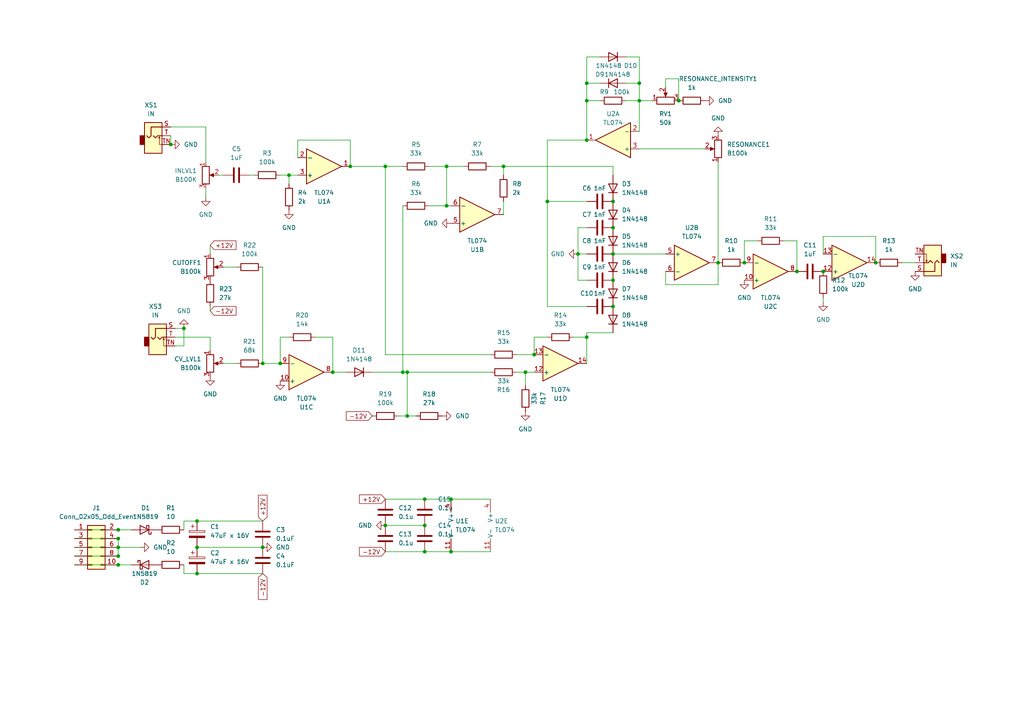
<source format=kicad_sch>
(kicad_sch (version 20230121) (generator eeschema)
  (paper "A4")
  (title_block (title "Voltage Controlled Filter"))
  (lib_symbols
    (symbol "Amplifier_Operational:TL074" (pin_names (offset 0.127))
      (property "Reference" "U" (at 0 5.08 0))
      (property "Value" "TL074" (at 0 -5.08 0))
      (symbol "TL074_1_1"
        (polyline (pts (xy -5.08 5.08) (xy 5.08 0) (xy -5.08 -5.08) (xy -5.08 5.08)) (stroke (width 0.254)) (fill (type background)))
        (pin output line (at 7.62 0 180) (length 2.54) (name "~") (number "1"))
        (pin input line (at -7.62 -2.54 0) (length 2.54) (name "-") (number "2"))
        (pin input line (at -7.62 2.54 0) (length 2.54) (name "+") (number "3"))
      )
      (symbol "TL074_2_1"
        (polyline (pts (xy -5.08 5.08) (xy 5.08 0) (xy -5.08 -5.08) (xy -5.08 5.08)) (stroke (width 0.254)) (fill (type background)))
        (pin input line (at -7.62 2.54 0) (length 2.54) (name "+") (number "5"))
        (pin input line (at -7.62 -2.54 0) (length 2.54) (name "-") (number "6"))
        (pin output line (at 7.62 0 180) (length 2.54) (name "~") (number "7"))
      )
      (symbol "TL074_3_1"
        (polyline (pts (xy -5.08 5.08) (xy 5.08 0) (xy -5.08 -5.08) (xy -5.08 5.08)) (stroke (width 0.254)) (fill (type background)))
        (pin input line (at -7.62 2.54 0) (length 2.54) (name "+") (number "10"))
        (pin output line (at 7.62 0 180) (length 2.54) (name "~") (number "8"))
        (pin input line (at -7.62 -2.54 0) (length 2.54) (name "-") (number "9"))
      )
      (symbol "TL074_4_1"
        (polyline (pts (xy -5.08 5.08) (xy 5.08 0) (xy -5.08 -5.08) (xy -5.08 5.08)) (stroke (width 0.254)) (fill (type background)))
        (pin input line (at -7.62 2.54 0) (length 2.54) (name "+") (number "12"))
        (pin input line (at -7.62 -2.54 0) (length 2.54) (name "-") (number "13"))
        (pin output line (at 7.62 0 180) (length 2.54) (name "~") (number "14"))
      )
      (symbol "TL074_5_1"
        (pin power_in line (at -2.54 -7.62 90) (length 3.81) (name "V-") (number "11"))
        (pin power_in line (at -2.54 7.62 270) (length 3.81) (name "V+") (number "4"))
      )
    )
    (symbol "Connector_Audio:AudioJack2_SwitchT"
      (property "Reference" "J" (at 0 8.89 0))
      (property "Value" "AudioJack2_SwitchT" (at 0 6.35 0))
      (symbol "AudioJack2_SwitchT_0_1"
        (rectangle (start -2.54 0) (end -3.81 -2.54) (stroke (width 0.254)) (fill (type outline)))
        (polyline (pts (xy 1.778 -0.254) (xy 2.032 -0.762)))
        (polyline (pts (xy 0 0) (xy 0.635 -0.635) (xy 1.27 0) (xy 2.54 0)) (stroke (width 0.254)))
        (polyline (pts (xy 2.54 -2.54) (xy 1.778 -2.54) (xy 1.778 -0.254) (xy 1.524 -0.762)))
        (polyline (pts (xy 2.54 2.54) (xy -0.635 2.54) (xy -0.635 0) (xy -1.27 -0.635) (xy -1.905 0)) (stroke (width 0.254)))
        (rectangle (start 2.54 3.81) (end -2.54 -5.08) (stroke (width 0.254)) (fill (type background)))
      )
      (symbol "AudioJack2_SwitchT_1_1"
        (pin passive line (at 5.08 2.54 180) (length 2.54) (name "~") (number "S"))
        (pin passive line (at 5.08 0 180) (length 2.54) (name "~") (number "T"))
        (pin passive line (at 5.08 -2.54 180) (length 2.54) (name "~") (number "TN"))
      )
    )
    (symbol "Connector_Generic:Conn_02x05_Odd_Even" (pin_names (offset 1.016) hide)
      (property "Reference" "J" (at 1.27 7.62 0))
      (property "Value" "Conn_02x05_Odd_Even" (at 1.27 -7.62 0))
      (symbol "Conn_02x05_Odd_Even_1_1"
        (rectangle (start -1.27 -4.953) (end 0 -5.207) (stroke (width 0.1524)))
        (rectangle (start -1.27 -2.413) (end 0 -2.667) (stroke (width 0.1524)))
        (rectangle (start -1.27 0.127) (end 0 -0.127) (stroke (width 0.1524)))
        (rectangle (start -1.27 2.667) (end 0 2.413) (stroke (width 0.1524)))
        (rectangle (start -1.27 5.207) (end 0 4.953) (stroke (width 0.1524)))
        (rectangle (start -1.27 6.35) (end 3.81 -6.35) (stroke (width 0.254)) (fill (type background)))
        (rectangle (start 3.81 -4.953) (end 2.54 -5.207) (stroke (width 0.1524)))
        (rectangle (start 3.81 -2.413) (end 2.54 -2.667) (stroke (width 0.1524)))
        (rectangle (start 3.81 0.127) (end 2.54 -0.127) (stroke (width 0.1524)))
        (rectangle (start 3.81 2.667) (end 2.54 2.413) (stroke (width 0.1524)))
        (rectangle (start 3.81 5.207) (end 2.54 4.953) (stroke (width 0.1524)))
        (pin passive line (at -5.08 5.08 0) (length 3.81) (name "Pin_1") (number "1"))
        (pin passive line (at 7.62 -5.08 180) (length 3.81) (name "Pin_10") (number "10"))
        (pin passive line (at 7.62 5.08 180) (length 3.81) (name "Pin_2") (number "2"))
        (pin passive line (at -5.08 2.54 0) (length 3.81) (name "Pin_3") (number "3"))
        (pin passive line (at 7.62 2.54 180) (length 3.81) (name "Pin_4") (number "4"))
        (pin passive line (at -5.08 0 0) (length 3.81) (name "Pin_5") (number "5"))
        (pin passive line (at 7.62 0 180) (length 3.81) (name "Pin_6") (number "6"))
        (pin passive line (at -5.08 -2.54 0) (length 3.81) (name "Pin_7") (number "7"))
        (pin passive line (at 7.62 -2.54 180) (length 3.81) (name "Pin_8") (number "8"))
        (pin passive line (at -5.08 -5.08 0) (length 3.81) (name "Pin_9") (number "9"))
      )
    )
    (symbol "Device:C" (pin_numbers hide) (pin_names (offset 0.254))
      (property "Reference" "C" (at 0.635 2.54 0))
      (property "Value" "C" (at 0.635 -2.54 0))
      (symbol "C_0_1"
        (polyline (pts (xy -2.032 -0.762) (xy 2.032 -0.762)) (stroke (width 0.508)))
        (polyline (pts (xy -2.032 0.762) (xy 2.032 0.762)) (stroke (width 0.508)))
      )
      (symbol "C_1_1"
        (pin passive line (at 0 3.81 270) (length 2.794) (name "~") (number "1"))
        (pin passive line (at 0 -3.81 90) (length 2.794) (name "~") (number "2"))
      )
    )
    (symbol "Device:C_Polarized" (pin_numbers hide) (pin_names (offset 0.254))
      (property "Reference" "C" (at 0.635 2.54 0))
      (property "Value" "C_Polarized" (at 0.635 -2.54 0))
      (symbol "C_Polarized_0_1"
        (rectangle (start -2.286 0.508) (end 2.286 1.016))
        (polyline (pts (xy -1.778 2.286) (xy -0.762 2.286)))
        (polyline (pts (xy -1.27 2.794) (xy -1.27 1.778)))
        (rectangle (start 2.286 -0.508) (end -2.286 -1.016) (fill (type outline)))
      )
      (symbol "C_Polarized_1_1"
        (pin passive line (at 0 3.81 270) (length 2.794) (name "~") (number "1"))
        (pin passive line (at 0 -3.81 90) (length 2.794) (name "~") (number "2"))
      )
    )
    (symbol "Device:R" (pin_numbers hide) (pin_names (offset 0))
      (property "Reference" "R" (at 2.032 0 90))
      (property "Value" "R" (at 0 0 90))
      (symbol "R_0_1"
        (rectangle (start -1.016 -2.54) (end 1.016 2.54) (stroke (width 0.254)))
      )
      (symbol "R_1_1"
        (pin passive line (at 0 3.81 270) (length 1.27) (name "~") (number "1"))
        (pin passive line (at 0 -3.81 90) (length 1.27) (name "~") (number "2"))
      )
    )
    (symbol "Device:R_Potentiometer" (pin_names (offset 1.016) hide)
      (property "Reference" "RV" (at -4.445 0 90))
      (property "Value" "R_Potentiometer" (at -2.54 0 90))
      (symbol "R_Potentiometer_0_1"
        (polyline (pts (xy 2.54 0) (xy 1.524 0)))
        (polyline (pts (xy 1.143 0) (xy 2.286 0.508) (xy 2.286 -0.508) (xy 1.143 0)) (fill (type outline)))
        (rectangle (start 1.016 2.54) (end -1.016 -2.54) (stroke (width 0.254)))
      )
      (symbol "R_Potentiometer_1_1"
        (pin passive line (at 0 3.81 270) (length 1.27) (name "1") (number "1"))
        (pin passive line (at 3.81 0 180) (length 1.27) (name "2") (number "2"))
        (pin passive line (at 0 -3.81 90) (length 1.27) (name "3") (number "3"))
      )
    )
    (symbol "Diode:1N4148" (pin_numbers hide) (pin_names hide)
      (property "Reference" "D" (at 0 2.54 0))
      (property "Value" "1N4148" (at 0 -2.54 0))
      (symbol "1N4148_0_1"
        (polyline (pts (xy -1.27 1.27) (xy -1.27 -1.27)) (stroke (width 0.254)))
        (polyline (pts (xy 1.27 0) (xy -1.27 0)))
        (polyline (pts (xy 1.27 1.27) (xy 1.27 -1.27) (xy -1.27 0) (xy 1.27 1.27)) (stroke (width 0.254)))
      )
      (symbol "1N4148_1_1"
        (pin passive line (at -3.81 0 0) (length 2.54) (name "K") (number "1"))
        (pin passive line (at 3.81 0 180) (length 2.54) (name "A") (number "2"))
      )
    )
    (symbol "Diode:1N5819" (pin_numbers hide) (pin_names (offset 1.016) hide)
      (property "Reference" "D" (at 0 2.54 0))
      (property "Value" "1N5819" (at 0 -2.54 0))
      (symbol "1N5819_0_1"
        (polyline (pts (xy 1.27 0) (xy -1.27 0)))
        (polyline (pts (xy 1.27 1.27) (xy 1.27 -1.27) (xy -1.27 0) (xy 1.27 1.27)) (stroke (width 0.254)))
        (polyline (pts (xy -1.905 0.635) (xy -1.905 1.27) (xy -1.27 1.27) (xy -1.27 -1.27) (xy -0.635 -1.27) (xy -0.635 -0.635)) (stroke (width 0.254)))
      )
      (symbol "1N5819_1_1"
        (pin passive line (at -3.81 0 0) (length 2.54) (name "K") (number "1"))
        (pin passive line (at 3.81 0 180) (length 2.54) (name "A") (number "2"))
      )
    )
    (symbol "power:GND" (power) (pin_names (offset 0))
      (property "Value" "GND" (at 0 -3.81 0))
      (symbol "GND_0_1"
        (polyline (pts (xy 0 0) (xy 0 -1.27) (xy 1.27 -1.27) (xy 0 -2.54) (xy -1.27 -1.27) (xy 0 -1.27)))
      )
      (symbol "GND_1_1"
        (pin power_in line (at 0 0 270) (length 0) hide (name "GND") (number "1"))
      )
    )
  )
  (junction (at 34.29 156.21))
  (junction (at 130.81 160.02))
  (junction (at 170.18 24.13))
  (junction (at 215.9 76.2))
  (junction (at 154.94 102.87))
  (junction (at 49.53 41.91))
  (junction (at 177.8 73.66))
  (junction (at 130.81 144.78))
  (junction (at 81.28 105.41))
  (junction (at 96.52 107.95))
  (junction (at 177.8 88.9))
  (junction (at 53.34 95.25))
  (junction (at 170.18 29.21))
  (junction (at 116.84 107.95))
  (junction (at 118.11 107.95))
  (junction (at 76.2 105.41))
  (junction (at 158.75 58.42))
  (junction (at 123.19 144.78))
  (junction (at 34.29 153.67))
  (junction (at 231.14 78.74))
  (junction (at 83.82 50.8))
  (junction (at 177.8 58.42))
  (junction (at 57.15 151.13))
  (junction (at 185.42 29.21))
  (junction (at 111.76 152.4))
  (junction (at 76.2 158.75))
  (junction (at 196.85 29.21))
  (junction (at 34.29 158.75))
  (junction (at 167.64 73.66))
  (junction (at 123.19 160.02))
  (junction (at 34.29 163.83))
  (junction (at 238.76 78.74))
  (junction (at 111.76 48.26))
  (junction (at 177.8 81.28))
  (junction (at 177.8 66.04))
  (junction (at 208.28 76.2))
  (junction (at 118.11 120.65))
  (junction (at 146.05 48.26))
  (junction (at 123.19 152.4))
  (junction (at 254 76.2))
  (junction (at 170.18 97.79))
  (junction (at 129.54 48.26))
  (junction (at 129.54 59.69))
  (junction (at 101.6 48.26))
  (junction (at 57.15 158.75))
  (junction (at 57.15 166.37))
  (junction (at 152.4 107.95))
  (junction (at 34.29 161.29))
  (junction (at 185.42 24.13))
  (junction (at 170.18 40.64))
  (wire (pts (xy 158.75 58.42) (xy 170.18 58.42)))
  (wire (pts (xy 185.42 16.51) (xy 181.61 16.51)))
  (wire (pts (xy 170.18 24.13) (xy 173.99 24.13)))
  (wire (pts (xy 64.77 77.47) (xy 68.58 77.47)))
  (wire (pts (xy 158.75 40.64) (xy 158.75 58.42)))
  (wire (pts (xy 215.9 69.85) (xy 215.9 76.2)))
  (wire (pts (xy 149.86 102.87) (xy 154.94 102.87)))
  (wire (pts (xy 49.53 39.37) (xy 49.53 41.91)))
  (wire (pts (xy 81.28 97.79) (xy 83.82 97.79)))
  (wire (pts (xy 60.96 90.17) (xy 60.96 88.9)))
  (wire (pts (xy 177.8 73.66) (xy 193.04 73.66)))
  (wire (pts (xy 170.18 29.21) (xy 170.18 24.13)))
  (wire (pts (xy 96.52 107.95) (xy 100.33 107.95)))
  (wire (pts (xy 86.36 40.64) (xy 86.36 45.72)))
  (wire (pts (xy 130.81 144.78) (xy 142.24 144.78)))
  (wire (pts (xy 83.82 50.8) (xy 86.36 50.8)))
  (wire (pts (xy 130.81 160.02) (xy 142.24 160.02)))
  (wire (pts (xy 238.76 68.58) (xy 254 68.58)))
  (wire (pts (xy 170.18 40.64) (xy 158.75 40.64)))
  (wire (pts (xy 181.61 24.13) (xy 185.42 24.13)))
  (wire (pts (xy 170.18 81.28) (xy 167.64 81.28)))
  (wire (pts (xy 34.29 156.21) (xy 34.29 158.75)))
  (wire (pts (xy 118.11 120.65) (xy 120.65 120.65)))
  (wire (pts (xy 101.6 48.26) (xy 101.6 40.64)))
  (wire (pts (xy 53.34 151.13) (xy 57.15 151.13)))
  (wire (pts (xy 193.04 78.74) (xy 193.04 82.55)))
  (wire (pts (xy 57.15 166.37) (xy 76.2 166.37)))
  (wire (pts (xy 170.18 29.21) (xy 173.99 29.21)))
  (wire (pts (xy 53.34 163.83) (xy 53.34 166.37)))
  (wire (pts (xy 152.4 107.95) (xy 152.4 111.76)))
  (wire (pts (xy 193.04 22.86) (xy 193.04 25.4)))
  (wire (pts (xy 208.28 46.99) (xy 208.28 76.2)))
  (wire (pts (xy 34.29 158.75) (xy 40.64 158.75)))
  (wire (pts (xy 129.54 48.26) (xy 134.62 48.26)))
  (wire (pts (xy 76.2 105.41) (xy 81.28 105.41)))
  (wire (pts (xy 60.96 71.12) (xy 60.96 73.66)))
  (wire (pts (xy 118.11 107.95) (xy 142.24 107.95)))
  (wire (pts (xy 50.8 100.33) (xy 53.34 100.33)))
  (wire (pts (xy 158.75 88.9) (xy 158.75 58.42)))
  (wire (pts (xy 123.19 160.02) (xy 130.81 160.02)))
  (wire (pts (xy 261.62 76.2) (xy 265.43 76.2)))
  (wire (pts (xy 73.66 50.8) (xy 72.39 50.8)))
  (wire (pts (xy 81.28 50.8) (xy 83.82 50.8)))
  (wire (pts (xy 21.59 153.67) (xy 34.29 153.67)))
  (wire (pts (xy 111.76 48.26) (xy 111.76 102.87)))
  (wire (pts (xy 152.4 107.95) (xy 154.94 107.95)))
  (wire (pts (xy 107.95 107.95) (xy 116.84 107.95)))
  (wire (pts (xy 76.2 77.47) (xy 76.2 105.41)))
  (wire (pts (xy 116.84 59.69) (xy 116.84 107.95)))
  (wire (pts (xy 167.64 66.04) (xy 170.18 66.04)))
  (wire (pts (xy 154.94 102.87) (xy 154.94 97.79)))
  (wire (pts (xy 50.8 97.79) (xy 60.96 97.79)))
  (wire (pts (xy 146.05 48.26) (xy 142.24 48.26)))
  (wire (pts (xy 166.37 97.79) (xy 170.18 97.79)))
  (wire (pts (xy 116.84 107.95) (xy 118.11 107.95)))
  (wire (pts (xy 21.59 161.29) (xy 34.29 161.29)))
  (wire (pts (xy 238.76 87.63) (xy 238.76 86.36)))
  (wire (pts (xy 53.34 166.37) (xy 57.15 166.37)))
  (wire (pts (xy 146.05 58.42) (xy 146.05 62.23)))
  (wire (pts (xy 59.69 36.83) (xy 59.69 46.99)))
  (wire (pts (xy 193.04 82.55) (xy 208.28 82.55)))
  (wire (pts (xy 111.76 144.78) (xy 123.19 144.78)))
  (wire (pts (xy 208.28 82.55) (xy 208.28 76.2)))
  (wire (pts (xy 170.18 16.51) (xy 173.99 16.51)))
  (wire (pts (xy 185.42 43.18) (xy 204.47 43.18)))
  (wire (pts (xy 115.57 120.65) (xy 118.11 120.65)))
  (wire (pts (xy 167.64 81.28) (xy 167.64 73.66)))
  (wire (pts (xy 185.42 24.13) (xy 185.42 16.51)))
  (wire (pts (xy 177.8 96.52) (xy 170.18 96.52)))
  (wire (pts (xy 118.11 107.95) (xy 118.11 120.65)))
  (wire (pts (xy 53.34 100.33) (xy 53.34 95.25)))
  (wire (pts (xy 177.8 48.26) (xy 146.05 48.26)))
  (wire (pts (xy 34.29 163.83) (xy 38.1 163.83)))
  (wire (pts (xy 196.85 29.21) (xy 196.85 22.86)))
  (wire (pts (xy 59.69 57.15) (xy 59.69 54.61)))
  (wire (pts (xy 21.59 156.21) (xy 34.29 156.21)))
  (wire (pts (xy 57.15 151.13) (xy 76.2 151.13)))
  (wire (pts (xy 185.42 29.21) (xy 185.42 24.13)))
  (wire (pts (xy 21.59 158.75) (xy 34.29 158.75)))
  (wire (pts (xy 154.94 97.79) (xy 158.75 97.79)))
  (wire (pts (xy 111.76 102.87) (xy 142.24 102.87)))
  (wire (pts (xy 111.76 160.02) (xy 123.19 160.02)))
  (wire (pts (xy 185.42 38.1) (xy 185.42 29.21)))
  (wire (pts (xy 81.28 97.79) (xy 81.28 105.41)))
  (wire (pts (xy 34.29 153.67) (xy 38.1 153.67)))
  (wire (pts (xy 170.18 96.52) (xy 170.18 97.79)))
  (wire (pts (xy 170.18 40.64) (xy 170.18 29.21)))
  (wire (pts (xy 170.18 88.9) (xy 158.75 88.9)))
  (wire (pts (xy 181.61 29.21) (xy 185.42 29.21)))
  (wire (pts (xy 231.14 69.85) (xy 231.14 78.74)))
  (wire (pts (xy 149.86 107.95) (xy 152.4 107.95)))
  (wire (pts (xy 196.85 22.86) (xy 193.04 22.86)))
  (wire (pts (xy 170.18 24.13) (xy 170.18 16.51)))
  (wire (pts (xy 129.54 59.69) (xy 124.46 59.69)))
  (wire (pts (xy 129.54 59.69) (xy 130.81 59.69)))
  (wire (pts (xy 129.54 48.26) (xy 129.54 59.69)))
  (wire (pts (xy 83.82 50.8) (xy 83.82 53.34)))
  (wire (pts (xy 49.53 36.83) (xy 59.69 36.83)))
  (wire (pts (xy 57.15 158.75) (xy 76.2 158.75)))
  (wire (pts (xy 185.42 29.21) (xy 189.23 29.21)))
  (wire (pts (xy 177.8 50.8) (xy 177.8 48.26)))
  (wire (pts (xy 53.34 95.25) (xy 50.8 95.25)))
  (wire (pts (xy 124.46 48.26) (xy 129.54 48.26)))
  (wire (pts (xy 53.34 153.67) (xy 53.34 151.13)))
  (wire (pts (xy 219.71 69.85) (xy 215.9 69.85)))
  (wire (pts (xy 21.59 163.83) (xy 34.29 163.83)))
  (wire (pts (xy 101.6 40.64) (xy 86.36 40.64)))
  (wire (pts (xy 60.96 97.79) (xy 60.96 101.6)))
  (wire (pts (xy 111.76 48.26) (xy 116.84 48.26)))
  (wire (pts (xy 96.52 97.79) (xy 96.52 107.95)))
  (wire (pts (xy 254 68.58) (xy 254 76.2)))
  (wire (pts (xy 146.05 50.8) (xy 146.05 48.26)))
  (wire (pts (xy 111.76 152.4) (xy 123.19 152.4)))
  (wire (pts (xy 64.77 105.41) (xy 68.58 105.41)))
  (wire (pts (xy 167.64 73.66) (xy 167.64 66.04)))
  (wire (pts (xy 170.18 97.79) (xy 170.18 105.41)))
  (wire (pts (xy 227.33 69.85) (xy 231.14 69.85)))
  (wire (pts (xy 101.6 48.26) (xy 111.76 48.26)))
  (wire (pts (xy 64.77 50.8) (xy 63.5 50.8)))
  (wire (pts (xy 238.76 73.66) (xy 238.76 68.58)))
  (wire (pts (xy 167.64 73.66) (xy 170.18 73.66)))
  (wire (pts (xy 123.19 144.78) (xy 130.81 144.78)))
  (wire (pts (xy 91.44 97.79) (xy 96.52 97.79)))
  (wire (pts (xy 34.29 158.75) (xy 34.29 161.29)))
  (global_label "+12V" (shape input) (at 60.96 71.12 0) (property "Intersheetrefs" "${INTERSHEET_REFS}" (effects hide)))
  (global_label "-12V" (shape input) (at 60.96 90.17 0) (property "Intersheetrefs" "${INTERSHEET_REFS}" (effects hide)))
  (global_label "-12V" (shape input) (at 107.95 120.65 180) (property "Intersheetrefs" "${INTERSHEET_REFS}" (effects hide)))
  (global_label "+12V" (shape input) (at 76.2 151.13 90) (property "Intersheetrefs" "${INTERSHEET_REFS}" (effects hide)))
  (global_label "-12V" (shape input) (at 111.76 160.02 180) (property "Intersheetrefs" "${INTERSHEET_REFS}" (effects hide)))
  (global_label "+12V" (shape input) (at 111.76 144.78 180) (property "Intersheetrefs" "${INTERSHEET_REFS}" (effects hide)))
  (global_label "-12V" (shape input) (at 76.2 166.37 270) (property "Intersheetrefs" "${INTERSHEET_REFS}" (effects hide)))
  (symbol (lib_id "Device:R_Potentiometer") (at 60.96 77.47 0) (unit 1)
    (property "Reference" "CUTOFF1" (at 58.42 76.2 0) (effects (justify right)))
    (property "Value" "B100k" (at 58.42 78.74 0) (effects (justify right)))
  )
  (symbol (lib_id "Device:R_Potentiometer") (at 193.04 29.21 90) (unit 1)
    (property "Reference" "RV1" (at 193.04 33.02 90))
    (property "Value" "50k" (at 193.04 35.56 90))
  )
  (symbol (lib_id "power:GND") (at 238.76 87.63 0) (unit 1)
    (property "Reference" "#PWR010" (effects hide))
    (property "Value" "GND" (at 238.76 92.71 0))
  )
  (symbol (lib_id "Device:C") (at 234.95 78.74 90) (unit 1)
    (property "Reference" "C11" (at 234.95 71.12 90))
    (property "Value" "1uF" (at 234.95 73.66 90))
  )
  (symbol (lib_id "Device:R") (at 200.66 29.21 90) (unit 1)
    (property "Reference" "RESONANCE_INTENSITY1" (at 208.28 22.86 90))
    (property "Value" "1k" (at 200.66 25.4 90))
  )
  (symbol (lib_id "Device:R") (at 87.63 97.79 90) (unit 1)
    (property "Reference" "R20" (at 87.63 91.44 90))
    (property "Value" "14k" (at 87.63 93.98 90))
  )
  (symbol (lib_id "Device:R") (at 120.65 48.26 90) (unit 1)
    (property "Reference" "R5" (at 120.65 41.91 90))
    (property "Value" "33k" (at 120.65 44.45 90))
  )
  (symbol (lib_id "Device:R") (at 124.46 120.65 90) (unit 1)
    (property "Reference" "R18" (at 124.46 114.3 90))
    (property "Value" "27k" (at 124.46 116.84 90))
  )
  (symbol (lib_id "Amplifier_Operational:TL074") (at 200.66 76.2 0) (unit 2)
    (property "Reference" "U2" (at 200.66 66.04 0))
    (property "Value" "TL074" (at 200.66 68.58 0))
    (property "Datasheet" "http://www.ti.com/lit/ds/symlink/tl071.pdf" (effects hide))
  )
  (symbol (lib_id "Amplifier_Operational:TL074") (at 162.56 105.41 0) (mirror x) (unit 4)
    (property "Reference" "U1" (at 162.56 115.57 0))
    (property "Value" "TL074" (at 162.56 113.03 0))
    (property "Datasheet" "http://www.ti.com/lit/ds/symlink/tl071.pdf" (effects hide))
  )
  (symbol (lib_id "Diode:1N4148") (at 177.8 54.61 90) (unit 1)
    (property "Reference" "D3" (at 180.34 53.34 90) (effects (justify right)))
    (property "Value" "1N4148" (at 180.34 55.88 90) (effects (justify right)))
    (property "Footprint" "Diode_THT:D_DO-35_SOD27_P7.62mm_Horizontal" (effects hide))
    (property "Datasheet" "https://assets.nexperia.com/documents/data-sheet/1N4148_1N4448.pdf" (effects hide))
    (property "Sim.Device" "D" (effects hide))
    (property "Sim.Pins" "1=K 2=A" (effects hide))
  )
  (symbol (lib_id "Device:R") (at 83.82 57.15 0) (unit 1)
    (property "Reference" "R4" (at 86.36 55.88 0) (effects (justify left)))
    (property "Value" "2k" (at 86.36 58.42 0) (effects (justify left)))
  )
  (symbol (lib_id "power:GND") (at 76.2 158.75 90) (unit 1)
    (property "Reference" "#PWR02" (effects hide))
    (property "Value" "GND" (at 80.01 158.75 90) (effects (justify right)))
  )
  (symbol (lib_id "Device:C") (at 173.99 58.42 90) (unit 1)
    (property "Reference" "C6" (at 170.18 54.61 90))
    (property "Value" "1nF" (at 173.99 54.61 90))
  )
  (symbol (lib_id "Diode:1N5819") (at 41.91 163.83 0) (unit 1)
    (property "Reference" "D2" (at 41.91 168.91 0))
    (property "Value" "1N5819" (at 41.91 166.37 0))
    (property "Footprint" "Diode_THT:D_DO-41_SOD81_P10.16mm_Horizontal" (effects hide))
    (property "Datasheet" "http://www.vishay.com/docs/88525/1n5817.pdf" (effects hide))
  )
  (symbol (lib_id "Device:C") (at 123.19 156.21 0) (unit 1)
    (property "Reference" "C14" (at 127 152.4 0) (effects (justify left)))
    (property "Value" "0.1u" (at 127 154.94 0) (effects (justify left)))
  )
  (symbol (lib_id "Diode:1N4148") (at 177.8 77.47 90) (unit 1)
    (property "Reference" "D6" (at 180.34 76.2 90) (effects (justify right)))
    (property "Value" "1N4148" (at 180.34 78.74 90) (effects (justify right)))
    (property "Footprint" "Diode_THT:D_DO-35_SOD27_P7.62mm_Horizontal" (effects hide))
    (property "Datasheet" "https://assets.nexperia.com/documents/data-sheet/1N4148_1N4448.pdf" (effects hide))
    (property "Sim.Device" "D" (effects hide))
    (property "Sim.Pins" "1=K 2=A" (effects hide))
  )
  (symbol (lib_id "power:GND") (at 128.27 120.65 90) (unit 1)
    (property "Reference" "#PWR013" (effects hide))
    (property "Value" "GND" (at 132.08 120.65 90) (effects (justify right)))
  )
  (symbol (lib_id "Amplifier_Operational:TL074") (at 246.38 76.2 0) (mirror x) (unit 4)
    (property "Reference" "U2" (at 248.92 82.55 0))
    (property "Value" "TL074" (at 248.92 80.01 0))
    (property "Datasheet" "http://www.ti.com/lit/ds/symlink/tl071.pdf" (effects hide))
  )
  (symbol (lib_id "Device:R") (at 238.76 82.55 0) (unit 1)
    (property "Reference" "R12" (at 241.3 81.28 0) (effects (justify left)))
    (property "Value" "100k" (at 241.3 83.82 0) (effects (justify left)))
  )
  (symbol (lib_id "Amplifier_Operational:TL074") (at 177.8 40.64 180) (unit 1)
    (property "Reference" "U2" (at 177.8 33.02 0))
    (property "Value" "TL074" (at 177.8 35.56 0))
    (property "Datasheet" "http://www.ti.com/lit/ds/symlink/tl071.pdf" (effects hide))
  )
  (symbol (lib_id "Amplifier_Operational:TL074") (at 93.98 48.26 0) (mirror x) (unit 1)
    (property "Reference" "U1" (at 93.98 58.42 0))
    (property "Value" "TL074" (at 93.98 55.88 0))
    (property "Datasheet" "http://www.ti.com/lit/ds/symlink/tl071.pdf" (effects hide))
  )
  (symbol (lib_id "Device:C") (at 111.76 156.21 0) (unit 1)
    (property "Reference" "C13" (at 115.57 154.94 0) (effects (justify left)))
    (property "Value" "0.1u" (at 115.57 157.48 0) (effects (justify left)))
  )
  (symbol (lib_id "power:GND") (at 81.28 110.49 0) (unit 1)
    (property "Reference" "#PWR017" (effects hide))
    (property "Value" "GND" (at 81.28 115.57 0))
  )
  (symbol (lib_id "Diode:1N4148") (at 177.8 16.51 180) (unit 1)
    (property "Reference" "D10" (at 182.88 19.05 0))
    (property "Value" "1N4148" (at 176.53 19.05 0))
    (property "Footprint" "Diode_THT:D_DO-35_SOD27_P7.62mm_Horizontal" (effects hide))
    (property "Datasheet" "https://assets.nexperia.com/documents/data-sheet/1N4148_1N4448.pdf" (effects hide))
    (property "Sim.Device" "D" (effects hide))
    (property "Sim.Pins" "1=K 2=A" (effects hide))
  )
  (symbol (lib_id "power:GND") (at 49.53 41.91 90) (unit 1)
    (property "Reference" "#PWR03" (effects hide))
    (property "Value" "GND" (at 53.34 41.91 90) (effects (justify right)))
  )
  (symbol (lib_id "Device:R") (at 223.52 69.85 90) (unit 1)
    (property "Reference" "R11" (at 223.52 63.5 90))
    (property "Value" "33k" (at 223.52 66.04 90))
  )
  (symbol (lib_id "Device:R") (at 49.53 163.83 90) (unit 1)
    (property "Reference" "R2" (at 49.53 157.48 90))
    (property "Value" "10" (at 49.53 160.02 90))
  )
  (symbol (lib_id "Device:R") (at 257.81 76.2 90) (unit 1)
    (property "Reference" "R13" (at 257.81 69.85 90))
    (property "Value" "1k" (at 257.81 72.39 90))
  )
  (symbol (lib_id "Device:C") (at 76.2 154.94 0) (unit 1)
    (property "Reference" "C3" (at 80.01 153.67 0) (effects (justify left)))
    (property "Value" "0.1uF" (at 80.01 156.21 0) (effects (justify left)))
  )
  (symbol (lib_id "Device:R") (at 177.8 29.21 90) (unit 1)
    (property "Reference" "R9" (at 175.26 26.67 90))
    (property "Value" "100k" (at 180.34 26.67 90))
  )
  (symbol (lib_id "power:GND") (at 265.43 78.74 0) (unit 1)
    (property "Reference" "#PWR011" (effects hide))
    (property "Value" "GND" (at 265.43 83.82 0))
  )
  (symbol (lib_id "Device:R") (at 111.76 120.65 90) (unit 1)
    (property "Reference" "R19" (at 111.76 114.3 90))
    (property "Value" "100k" (at 111.76 116.84 90))
  )
  (symbol (lib_id "Diode:1N4148") (at 177.8 62.23 90) (unit 1)
    (property "Reference" "D4" (at 180.34 60.96 90) (effects (justify right)))
    (property "Value" "1N4148" (at 180.34 63.5 90) (effects (justify right)))
    (property "Footprint" "Diode_THT:D_DO-35_SOD27_P7.62mm_Horizontal" (effects hide))
    (property "Datasheet" "https://assets.nexperia.com/documents/data-sheet/1N4148_1N4448.pdf" (effects hide))
    (property "Sim.Device" "D" (effects hide))
    (property "Sim.Pins" "1=K 2=A" (effects hide))
  )
  (symbol (lib_id "Device:R") (at 138.43 48.26 90) (unit 1)
    (property "Reference" "R7" (at 138.43 41.91 90))
    (property "Value" "33k" (at 138.43 44.45 90))
  )
  (symbol (lib_id "Device:C") (at 76.2 162.56 0) (unit 1)
    (property "Reference" "C4" (at 80.01 161.29 0) (effects (justify left)))
    (property "Value" "0.1uF" (at 80.01 163.83 0) (effects (justify left)))
  )
  (symbol (lib_id "Device:R") (at 72.39 105.41 90) (unit 1)
    (property "Reference" "R21" (at 72.39 99.06 90))
    (property "Value" "68k" (at 72.39 101.6 90))
  )
  (symbol (lib_id "power:GND") (at 40.64 158.75 90) (unit 1)
    (property "Reference" "#PWR01" (effects hide))
    (property "Value" "GND" (at 44.45 158.75 90) (effects (justify right)))
  )
  (symbol (lib_id "Connector_Audio:AudioJack2_SwitchT") (at 270.51 76.2 180) (unit 1)
    (property "Reference" "XS2" (at 275.59 74.295 0) (effects (justify right)))
    (property "Value" "IN" (at 275.59 76.835 0) (effects (justify right)))
  )
  (symbol (lib_id "power:GND") (at 59.69 57.15 0) (unit 1)
    (property "Reference" "#PWR04" (effects hide))
    (property "Value" "GND" (at 59.69 62.23 0))
  )
  (symbol (lib_id "Connector_Audio:AudioJack2_SwitchT") (at 45.72 97.79 0) (unit 1)
    (property "Reference" "XS3" (at 45.085 88.9 0))
    (property "Value" "IN" (at 45.085 91.44 0))
  )
  (symbol (lib_id "Device:C") (at 68.58 50.8 90) (unit 1)
    (property "Reference" "C5" (at 68.58 43.18 90))
    (property "Value" "1uF" (at 68.58 45.72 90))
  )
  (symbol (lib_id "Device:C") (at 173.99 88.9 90) (unit 1)
    (property "Reference" "C10" (at 170.18 85.09 90))
    (property "Value" "1nF" (at 173.99 85.09 90))
  )
  (symbol (lib_id "power:GND") (at 60.96 109.22 0) (unit 1)
    (property "Reference" "#PWR014" (effects hide))
    (property "Value" "GND" (at 60.96 114.3 0))
  )
  (symbol (lib_id "Amplifier_Operational:TL074") (at 138.43 62.23 0) (mirror x) (unit 2)
    (property "Reference" "U1" (at 138.43 72.39 0))
    (property "Value" "TL074" (at 138.43 69.85 0))
    (property "Datasheet" "http://www.ti.com/lit/ds/symlink/tl071.pdf" (effects hide))
  )
  (symbol (lib_id "Device:R") (at 162.56 97.79 90) (unit 1)
    (property "Reference" "R14" (at 162.56 91.44 90))
    (property "Value" "33k" (at 162.56 93.98 90))
  )
  (symbol (lib_id "Diode:1N5819") (at 41.91 153.67 180) (unit 1)
    (property "Reference" "D1" (at 42.2275 147.32 0))
    (property "Value" "1N5819" (at 42.2275 149.86 0))
    (property "Footprint" "Diode_THT:D_DO-41_SOD81_P10.16mm_Horizontal" (effects hide))
    (property "Datasheet" "http://www.vishay.com/docs/88525/1n5817.pdf" (effects hide))
  )
  (symbol (lib_id "Amplifier_Operational:TL074") (at 88.9 107.95 0) (mirror x) (unit 3)
    (property "Reference" "U1" (at 88.9 118.11 0))
    (property "Value" "TL074" (at 88.9 115.57 0))
    (property "Datasheet" "http://www.ti.com/lit/ds/symlink/tl071.pdf" (effects hide))
  )
  (symbol (lib_id "power:GND") (at 53.34 95.25 180) (unit 1)
    (property "Reference" "#PWR018" (effects hide))
    (property "Value" "GND" (at 53.34 90.17 0))
  )
  (symbol (lib_id "power:GND") (at 111.76 152.4 270) (unit 1)
    (property "Reference" "#PWR016" (effects hide))
    (property "Value" "GND" (at 107.95 152.4 90) (effects (justify right)))
  )
  (symbol (lib_id "Device:R") (at 146.05 107.95 270) (unit 1)
    (property "Reference" "R16" (at 146.05 113.03 90))
    (property "Value" "33k" (at 146.05 110.49 90))
  )
  (symbol (lib_id "Device:R") (at 60.96 85.09 0) (unit 1)
    (property "Reference" "R23" (at 63.5 83.82 0) (effects (justify left)))
    (property "Value" "27k" (at 63.5 86.36 0) (effects (justify left)))
  )
  (symbol (lib_id "Device:R") (at 49.53 153.67 90) (unit 1)
    (property "Reference" "R1" (at 49.53 147.32 90))
    (property "Value" "10" (at 49.53 149.86 90))
  )
  (symbol (lib_id "Device:C_Polarized") (at 57.15 154.94 0) (unit 1)
    (property "Reference" "C1" (at 60.96 152.781 0) (effects (justify left)))
    (property "Value" "47uF x 16V" (at 60.96 155.321 0) (effects (justify left)))
    (property "Footprint" "Capacitor_THT:CP_Axial_L10.0mm_D4.5mm_P15.00mm_Horizontal" (effects hide))
  )
  (symbol (lib_id "Device:R") (at 146.05 102.87 90) (unit 1)
    (property "Reference" "R15" (at 146.05 96.52 90))
    (property "Value" "33k" (at 146.05 99.06 90))
  )
  (symbol (lib_id "Device:R_Potentiometer") (at 60.96 105.41 0) (unit 1)
    (property "Reference" "CV_LVL1" (at 58.42 104.14 0) (effects (justify right)))
    (property "Value" "B100k" (at 58.42 106.68 0) (effects (justify right)))
  )
  (symbol (lib_id "Device:C") (at 123.19 148.59 0) (unit 1)
    (property "Reference" "C15" (at 127 144.78 0) (effects (justify left)))
    (property "Value" "0.1u" (at 127 147.32 0) (effects (justify left)))
  )
  (symbol (lib_id "Device:R") (at 77.47 50.8 90) (unit 1)
    (property "Reference" "R3" (at 77.47 44.45 90))
    (property "Value" "100k" (at 77.47 46.99 90))
  )
  (symbol (lib_id "Diode:1N4148") (at 177.8 92.71 90) (unit 1)
    (property "Reference" "D8" (at 180.34 91.44 90) (effects (justify right)))
    (property "Value" "1N4148" (at 180.34 93.98 90) (effects (justify right)))
    (property "Footprint" "Diode_THT:D_DO-35_SOD27_P7.62mm_Horizontal" (effects hide))
    (property "Datasheet" "https://assets.nexperia.com/documents/data-sheet/1N4148_1N4448.pdf" (effects hide))
    (property "Sim.Device" "D" (effects hide))
    (property "Sim.Pins" "1=K 2=A" (effects hide))
  )
  (symbol (lib_id "Device:R") (at 72.39 77.47 90) (unit 1)
    (property "Reference" "R22" (at 72.39 71.12 90))
    (property "Value" "100k" (at 72.39 73.66 90))
  )
  (symbol (lib_id "Device:R") (at 152.4 115.57 0) (unit 1)
    (property "Reference" "R17" (at 157.48 115.57 90))
    (property "Value" "33k" (at 154.94 115.57 90))
  )
  (symbol (lib_id "Diode:1N4148") (at 104.14 107.95 180) (unit 1)
    (property "Reference" "D11" (at 104.14 101.6 0))
    (property "Value" "1N4148" (at 104.14 104.14 0))
    (property "Footprint" "Diode_THT:D_DO-35_SOD27_P7.62mm_Horizontal" (effects hide))
    (property "Datasheet" "https://assets.nexperia.com/documents/data-sheet/1N4148_1N4448.pdf" (effects hide))
    (property "Sim.Device" "D" (effects hide))
    (property "Sim.Pins" "1=K 2=A" (effects hide))
  )
  (symbol (lib_id "Diode:1N4148") (at 177.8 24.13 0) (unit 1)
    (property "Reference" "D9" (at 173.99 21.59 0))
    (property "Value" "1N4148" (at 179.07 21.59 0))
    (property "Footprint" "Diode_THT:D_DO-35_SOD27_P7.62mm_Horizontal" (effects hide))
    (property "Datasheet" "https://assets.nexperia.com/documents/data-sheet/1N4148_1N4448.pdf" (effects hide))
    (property "Sim.Device" "D" (effects hide))
    (property "Sim.Pins" "1=K 2=A" (effects hide))
  )
  (symbol (lib_id "Amplifier_Operational:TL074") (at 128.27 152.4 0) (mirror y) (unit 5)
    (property "Reference" "U1" (at 132.08 151.13 0) (effects (justify right)))
    (property "Value" "TL074" (at 132.08 153.67 0) (effects (justify right)))
    (property "Datasheet" "http://www.ti.com/lit/ds/symlink/tl071.pdf" (effects hide))
  )
  (symbol (lib_id "Device:C") (at 111.76 148.59 0) (unit 1)
    (property "Reference" "C12" (at 115.57 147.32 0) (effects (justify left)))
    (property "Value" "0.1u" (at 115.57 149.86 0) (effects (justify left)))
  )
  (symbol (lib_id "Device:R") (at 212.09 76.2 90) (unit 1)
    (property "Reference" "R10" (at 212.09 69.85 90))
    (property "Value" "1k" (at 212.09 72.39 90))
  )
  (symbol (lib_id "Device:R") (at 146.05 54.61 0) (unit 1)
    (property "Reference" "R8" (at 148.59 53.34 0) (effects (justify left)))
    (property "Value" "2k" (at 148.59 55.88 0) (effects (justify left)))
  )
  (symbol (lib_id "Device:R") (at 120.65 59.69 90) (unit 1)
    (property "Reference" "R6" (at 120.65 53.34 90))
    (property "Value" "33k" (at 120.65 55.88 90))
  )
  (symbol (lib_id "Device:C") (at 173.99 81.28 90) (unit 1)
    (property "Reference" "C9" (at 170.18 77.47 90))
    (property "Value" "1nF" (at 173.99 77.47 90))
  )
  (symbol (lib_id "power:GND") (at 152.4 119.38 0) (unit 1)
    (property "Reference" "#PWR012" (effects hide))
    (property "Value" "GND" (at 152.4 124.46 0))
  )
  (symbol (lib_id "Diode:1N4148") (at 177.8 85.09 90) (unit 1)
    (property "Reference" "D7" (at 180.34 83.82 90) (effects (justify right)))
    (property "Value" "1N4148" (at 180.34 86.36 90) (effects (justify right)))
    (property "Footprint" "Diode_THT:D_DO-35_SOD27_P7.62mm_Horizontal" (effects hide))
    (property "Datasheet" "https://assets.nexperia.com/documents/data-sheet/1N4148_1N4448.pdf" (effects hide))
    (property "Sim.Device" "D" (effects hide))
    (property "Sim.Pins" "1=K 2=A" (effects hide))
  )
  (symbol (lib_id "power:GND") (at 208.28 39.37 180) (unit 1)
    (property "Reference" "#PWR08" (effects hide))
    (property "Value" "GND" (at 208.28 34.29 0))
  )
  (symbol (lib_id "Amplifier_Operational:TL074") (at 139.7 152.4 0) (mirror y) (unit 5)
    (property "Reference" "U2" (at 143.51 151.13 0) (effects (justify right)))
    (property "Value" "TL074" (at 143.51 153.67 0) (effects (justify right)))
    (property "Datasheet" "http://www.ti.com/lit/ds/symlink/tl071.pdf" (effects hide))
  )
  (symbol (lib_id "power:GND") (at 167.64 73.66 270) (unit 1)
    (property "Reference" "#PWR06" (effects hide))
    (property "Value" "GND" (at 163.83 73.66 90) (effects (justify right)))
  )
  (symbol (lib_id "power:GND") (at 83.82 60.96 0) (unit 1)
    (property "Reference" "#PWR015" (effects hide))
    (property "Value" "GND" (at 83.82 66.04 0))
  )
  (symbol (lib_id "Connector_Audio:AudioJack2_SwitchT") (at 44.45 39.37 0) (unit 1)
    (property "Reference" "XS1" (at 43.815 30.48 0))
    (property "Value" "IN" (at 43.815 33.02 0))
  )
  (symbol (lib_id "Device:C") (at 173.99 73.66 90) (unit 1)
    (property "Reference" "C8" (at 170.18 69.85 90))
    (property "Value" "1nF" (at 173.99 69.85 90))
  )
  (symbol (lib_id "Device:C") (at 173.99 66.04 90) (unit 1)
    (property "Reference" "C7" (at 170.18 62.23 90))
    (property "Value" "1nF" (at 173.99 62.23 90))
  )
  (symbol (lib_id "Connector_Generic:Conn_02x05_Odd_Even") (at 26.67 158.75 0) (unit 1)
    (property "Reference" "J1" (at 27.94 147.32 0))
    (property "Value" "Conn_02x05_Odd_Even" (at 27.94 149.86 0))
  )
  (symbol (lib_id "power:GND") (at 215.9 81.28 0) (unit 1)
    (property "Reference" "#PWR09" (effects hide))
    (property "Value" "GND" (at 215.9 86.36 0))
  )
  (symbol (lib_id "Device:R_Potentiometer") (at 208.28 43.18 180) (unit 1)
    (property "Reference" "RESONANCE1" (at 210.82 41.91 0) (effects (justify right)))
    (property "Value" "B100k" (at 210.82 44.45 0) (effects (justify right)))
  )
  (symbol (lib_id "Device:R_Potentiometer") (at 59.69 50.8 0) (unit 1)
    (property "Reference" "INLVL1" (at 57.15 49.53 0) (effects (justify right)))
    (property "Value" "B100K" (at 57.15 52.07 0) (effects (justify right)))
  )
  (symbol (lib_id "Diode:1N4148") (at 177.8 69.85 90) (unit 1)
    (property "Reference" "D5" (at 180.34 68.58 90) (effects (justify right)))
    (property "Value" "1N4148" (at 180.34 71.12 90) (effects (justify right)))
    (property "Footprint" "Diode_THT:D_DO-35_SOD27_P7.62mm_Horizontal" (effects hide))
    (property "Datasheet" "https://assets.nexperia.com/documents/data-sheet/1N4148_1N4448.pdf" (effects hide))
    (property "Sim.Device" "D" (effects hide))
    (property "Sim.Pins" "1=K 2=A" (effects hide))
  )
  (symbol (lib_id "power:GND") (at 130.81 64.77 270) (unit 1)
    (property "Reference" "#PWR05" (effects hide))
    (property "Value" "GND" (at 127 64.77 90) (effects (justify right)))
  )
  (symbol (lib_id "power:GND") (at 204.47 29.21 90) (unit 1)
    (property "Reference" "#PWR07" (effects hide))
    (property "Value" "GND" (at 208.28 29.21 90) (effects (justify right)))
  )
  (symbol (lib_id "Amplifier_Operational:TL074") (at 223.52 78.74 0) (mirror x) (unit 3)
    (property "Reference" "U2" (at 223.52 88.9 0))
    (property "Value" "TL074" (at 223.52 86.36 0))
    (property "Datasheet" "http://www.ti.com/lit/ds/symlink/tl071.pdf" (effects hide))
  )
  (symbol (lib_id "Device:C_Polarized") (at 57.15 162.56 0) (unit 1)
    (property "Reference" "C2" (at 60.96 160.401 0) (effects (justify left)))
    (property "Value" "47uF x 16V" (at 60.96 162.941 0) (effects (justify left)))
  )
)
</source>
